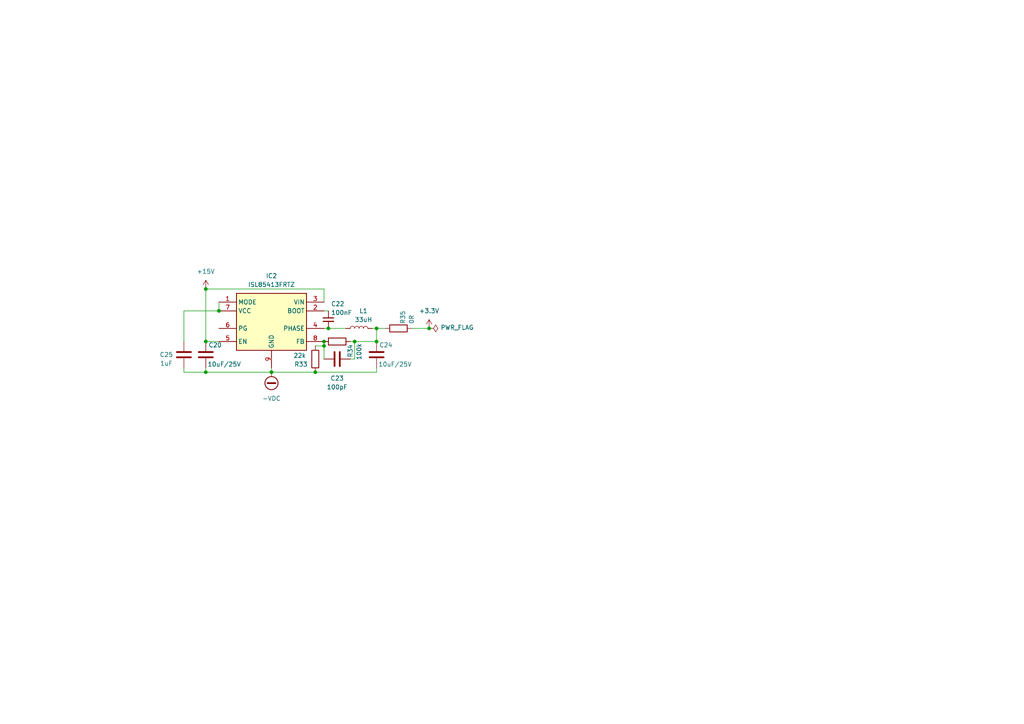
<source format=kicad_sch>
(kicad_sch (version 20231120) (generator "eeschema") (generator_version "8.0")
  (paper "A4")
  (lib_symbols
    (symbol "Device:C" (pin_numbers hide) (pin_names (offset 0.254))
      (property "Reference" "C" (at 0.635 2.54 0))
      (property "Value" "C" (at 0.635 -2.54 0))
      (symbol "C_0_1"
        (polyline (pts (xy -2.032 -0.762) (xy 2.032 -0.762)) (stroke (width 0.508)))
        (polyline (pts (xy -2.032 0.762) (xy 2.032 0.762)) (stroke (width 0.508)))
      )
      (symbol "C_1_1"
        (pin passive line (at 0 3.81 270) (length 2.794) (name "~") (number "1"))
        (pin passive line (at 0 -3.81 90) (length 2.794) (name "~") (number "2"))
      )
    )
    (symbol "Device:C_Small" (pin_numbers hide) (pin_names (offset 0.254) hide)
      (property "Reference" "C" (at 0.254 1.778 0))
      (property "Value" "C_Small" (at 0.254 -2.032 0))
      (symbol "C_Small_0_1"
        (polyline (pts (xy -1.524 -0.508) (xy 1.524 -0.508)) (stroke (width 0.3302)))
        (polyline (pts (xy -1.524 0.508) (xy 1.524 0.508)) (stroke (width 0.3048)))
      )
      (symbol "C_Small_1_1"
        (pin passive line (at 0 2.54 270) (length 2.032) (name "~") (number "1"))
        (pin passive line (at 0 -2.54 90) (length 2.032) (name "~") (number "2"))
      )
    )
    (symbol "Device:L" (pin_numbers hide) (pin_names (offset 1.016) hide)
      (property "Reference" "L" (at -1.27 0 90))
      (property "Value" "L" (at 1.905 0 90))
      (symbol "L_0_1"
        (arc (start 0 -2.54) (mid 0.6323 -1.905) (end 0 -1.27))
        (arc (start 0 -1.27) (mid 0.6323 -0.635) (end 0 0))
        (arc (start 0 0) (mid 0.6323 0.635) (end 0 1.27))
        (arc (start 0 1.27) (mid 0.6323 1.905) (end 0 2.54))
      )
      (symbol "L_1_1"
        (pin passive line (at 0 3.81 270) (length 1.27) (name "1") (number "1"))
        (pin passive line (at 0 -3.81 90) (length 1.27) (name "2") (number "2"))
      )
    )
    (symbol "Device:R" (pin_numbers hide) (pin_names (offset 0))
      (property "Reference" "R" (at 2.032 0 90))
      (property "Value" "R" (at 0 0 90))
      (symbol "R_0_1"
        (rectangle (start -1.016 -2.54) (end 1.016 2.54) (stroke (width 0.254)))
      )
      (symbol "R_1_1"
        (pin passive line (at 0 3.81 270) (length 1.27) (name "~") (number "1"))
        (pin passive line (at 0 -3.81 90) (length 1.27) (name "~") (number "2"))
      )
    )
    (symbol "EAX:ISL85413FRTZ"
      (property "Reference" "IC" (at 26.67 7.62 0))
      (property "Value" "ISL85413FRTZ" (at 26.67 5.08 0))
      (symbol "ISL85413FRTZ_1_1"
        (rectangle (start 5.08 2.54) (end 25.4 -13.97) (stroke (width 0.254)) (fill (type background)))
        (pin input line (at 0 0 0) (length 5.08) (name "MODE") (number "1"))
        (pin passive line (at 30.48 -2.54 180) (length 5.08) (name "BOOT") (number "2"))
        (pin power_in line (at 30.48 0 180) (length 5.08) (name "VIN") (number "3"))
        (pin passive line (at 30.48 -7.62 180) (length 5.08) (name "PHASE") (number "4"))
        (pin input line (at 0 -11.43 0) (length 5.08) (name "EN") (number "5"))
        (pin output line (at 0 -7.62 0) (length 5.08) (name "PG") (number "6"))
        (pin passive line (at 0 -2.54 0) (length 5.08) (name "VCC") (number "7"))
        (pin input line (at 30.48 -11.43 180) (length 5.08) (name "FB") (number "8"))
        (pin power_in line (at 15.24 -19.05 90) (length 5.08) (name "GND") (number "9"))
      )
    )
    (symbol "power:+15V" (power) (pin_numbers hide) (pin_names (offset 0) hide)
      (property "Value" "+15V" (at 0 3.556 0))
      (symbol "+15V_0_1"
        (polyline (pts (xy -0.762 1.27) (xy 0 2.54)))
        (polyline (pts (xy 0 0) (xy 0 2.54)))
        (polyline (pts (xy 0 2.54) (xy 0.762 1.27)))
      )
      (symbol "+15V_1_1"
        (pin power_in line (at 0 0 90) (length 0) (name "~") (number "1"))
      )
    )
    (symbol "power:+3.3V" (power) (pin_numbers hide) (pin_names (offset 0) hide)
      (property "Value" "+3.3V" (at 0 3.556 0))
      (symbol "+3.3V_0_1"
        (polyline (pts (xy -0.762 1.27) (xy 0 2.54)))
        (polyline (pts (xy 0 0) (xy 0 2.54)))
        (polyline (pts (xy 0 2.54) (xy 0.762 1.27)))
      )
      (symbol "+3.3V_1_1"
        (pin power_in line (at 0 0 90) (length 0) (name "~") (number "1"))
      )
    )
    (symbol "power:-VDC" (power) (pin_numbers hide) (pin_names (offset 0) hide)
      (property "Value" "-VDC" (at 0 6.35 0))
      (symbol "-VDC_0_1"
        (polyline (pts (xy -1.143 3.175) (xy 1.143 3.175)) (stroke (width 0.508)))
        (polyline (pts (xy 0 0) (xy 0 1.27)))
        (circle (center 0 3.175) (radius 1.905) (stroke (width 0.254)))
      )
      (symbol "-VDC_1_1"
        (pin power_in line (at 0 0 90) (length 0) (name "~") (number "1"))
      )
    )
    (symbol "power:PWR_FLAG" (power) (pin_numbers hide) (pin_names (offset 0) hide)
      (property "Value" "PWR_FLAG" (at 0 3.81 0))
      (symbol "PWR_FLAG_0_0"
        (pin power_out line (at 0 0 90) (length 0) (name "~") (number "1"))
      )
      (symbol "PWR_FLAG_0_1"
        (polyline (pts (xy 0 0) (xy 0 1.27) (xy -1.016 1.905) (xy 0 2.54) (xy 1.016 1.905) (xy 0 1.27)))
      )
    )
  )
  (junction (at 91.44 107.95))
  (junction (at 109.22 95.25))
  (junction (at 102.87 99.06))
  (junction (at 93.98 99.06))
  (junction (at 59.69 83.82))
  (junction (at 95.25 95.25))
  (junction (at 59.69 99.06))
  (junction (at 59.69 107.95))
  (junction (at 93.98 100.33))
  (junction (at 109.22 99.06))
  (junction (at 124.46 95.25))
  (junction (at 78.74 107.95))
  (junction (at 63.5 90.17))
  (wire (pts (xy 53.34 99.06) (xy 53.34 90.17)))
  (wire (pts (xy 119.38 95.25) (xy 124.46 95.25)))
  (wire (pts (xy 107.95 95.25) (xy 109.22 95.25)))
  (wire (pts (xy 101.6 99.06) (xy 102.87 99.06)))
  (wire (pts (xy 102.87 104.14) (xy 102.87 99.06)))
  (wire (pts (xy 93.98 83.82) (xy 93.98 87.63)))
  (wire (pts (xy 91.44 107.95) (xy 78.74 107.95)))
  (wire (pts (xy 93.98 95.25) (xy 95.25 95.25)))
  (wire (pts (xy 59.69 83.82) (xy 93.98 83.82)))
  (wire (pts (xy 53.34 106.68) (xy 53.34 107.95)))
  (wire (pts (xy 59.69 99.06) (xy 59.69 83.82)))
  (wire (pts (xy 63.5 87.63) (xy 63.5 90.17)))
  (wire (pts (xy 102.87 99.06) (xy 109.22 99.06)))
  (wire (pts (xy 59.69 106.68) (xy 59.69 107.95)))
  (wire (pts (xy 95.25 95.25) (xy 100.33 95.25)))
  (wire (pts (xy 93.98 100.33) (xy 93.98 104.14)))
  (wire (pts (xy 53.34 107.95) (xy 59.69 107.95)))
  (wire (pts (xy 101.6 104.14) (xy 102.87 104.14)))
  (wire (pts (xy 53.34 90.17) (xy 63.5 90.17)))
  (wire (pts (xy 109.22 95.25) (xy 109.22 99.06)))
  (wire (pts (xy 59.69 107.95) (xy 78.74 107.95)))
  (wire (pts (xy 78.74 107.95) (xy 78.74 106.68)))
  (wire (pts (xy 63.5 99.06) (xy 59.69 99.06)))
  (wire (pts (xy 93.98 99.06) (xy 93.98 100.33)))
  (wire (pts (xy 91.44 100.33) (xy 93.98 100.33)))
  (wire (pts (xy 93.98 90.17) (xy 95.25 90.17)))
  (wire (pts (xy 109.22 95.25) (xy 111.76 95.25)))
  (wire (pts (xy 109.22 106.68) (xy 109.22 107.95)))
  (wire (pts (xy 109.22 107.95) (xy 91.44 107.95)))
  (symbol (lib_id "EAX:ISL85413FRTZ") (at 63.5 87.63 0) (unit 1)
    (property "Reference" "IC2" (at 78.74 80.01 0))
    (property "Value" "ISL85413FRTZ" (at 78.74 82.55 0))
    (property "Footprint" "Package_SON:WSON-8-1EP_3x3mm_P0.5mm_EP1.2x2mm" (effects (hide yes)))
    (property "Datasheet" "https://www.renesas.com/document/dst/isl85413-datasheet?r=529076" (effects (hide yes)))
    (property "Description" "The ISL85413 is a 300mA synchronous buck regulator with an input range of 3. 5V to 40V. It provides an easy to use, high efficiency low BOM count solution for a variety of applications. The ISL85413 integrates both high-side and low-side NMOS FETs and features a PFM mode for improved efficiency at light loads. This feature can be disabled if forced PWM mode is desired. The part switches at a default frequency of 700kHz. By integrating both NMOS devices and providing internal configuration, minimal external " (effects (hide yes)))
    (property "Height" "0.8" (effects (hide yes)))
    (property "Manufacturer_Name" "Renesas Electronics" (effects (hide yes)))
    (property "Manufacturer_Part_Number" "ISL85413FRTZ" (effects (hide yes)))
    (property "Arrow Part Number" "ISL85413FRTZ" (effects (hide yes)))
    (property "Arrow Price/Stock" "https://www.arrow.com/en/products/isl85413frtz/intersil" (effects (hide yes)))
  )
  (symbol (lib_id "Device:R") (at 115.57 95.25 90) (unit 1)
    (property "Reference" "R35" (at 116.84 93.98 0) (effects (justify left)))
    (property "Value" "0R" (at 119.38 93.98 0) (effects (justify left)))
    (property "Footprint" "Resistor_SMD:R_0603_1608Metric_Pad0.98x0.95mm_HandSolder" (effects (hide yes)))
    (property "Description" "Resistor" (effects (hide yes)))
  )
  (symbol (lib_id "Device:R") (at 97.79 99.06 90) (mirror x) (unit 1)
    (property "Reference" "R34" (at 101.6 99.822 0) (effects (justify left)))
    (property "Value" "100k" (at 104.14 99.568 0) (effects (justify left)))
    (property "Footprint" "Resistor_SMD:R_0603_1608Metric_Pad0.98x0.95mm_HandSolder" (effects (hide yes)))
    (property "Description" "Resistor" (effects (hide yes)))
  )
  (symbol (lib_id "Device:C") (at 53.34 102.87 0) (mirror y) (unit 1)
    (property "Reference" "C25" (at 48.26 102.87 0))
    (property "Value" "1uF" (at 48.26 105.41 0))
    (property "Footprint" "Capacitor_SMD:C_0603_1608Metric_Pad1.08x0.95mm_HandSolder" (effects (hide yes)))
    (property "Description" "Unpolarized capacitor" (effects (hide yes)))
  )
  (symbol (lib_id "power:+3.3V") (at 124.46 95.25 0) (unit 1)
    (property "Reference" "#PWR053" (effects (hide yes)))
    (property "Value" "+3.3V" (at 124.46 90.17 0))
    (property "Description" "Power symbol creates a global label with name \"+3.3V\"" (effects (hide yes)))
  )
  (symbol (lib_id "power:-VDC") (at 78.74 107.95 180) (unit 1)
    (property "Reference" "#PWR052" (effects (hide yes)))
    (property "Value" "-VDC" (at 78.74 115.57 0))
    (property "Description" "Power symbol creates a global label with name \"-VDC\"" (effects (hide yes)))
  )
  (symbol (lib_id "power:PWR_FLAG") (at 124.46 95.25 270) (unit 1)
    (property "Reference" "#FLG03" (effects (hide yes)))
    (property "Value" "PWR_FLAG" (at 132.588 94.996 90))
    (property "Description" "Special symbol for telling ERC where power comes from" (effects (hide yes)))
  )
  (symbol (lib_id "Device:C") (at 97.79 104.14 270) (unit 1)
    (property "Reference" "C23" (at 97.79 109.728 90))
    (property "Value" "100pF" (at 97.79 112.268 90))
    (property "Footprint" "Capacitor_SMD:C_0603_1608Metric_Pad1.08x0.95mm_HandSolder" (effects (hide yes)))
    (property "Description" "Unpolarized capacitor" (effects (hide yes)))
  )
  (symbol (lib_id "Device:C") (at 109.22 102.87 0) (unit 1)
    (property "Reference" "C24" (at 109.982 100.076 0) (effects (justify left)))
    (property "Value" "10uF/25V" (at 109.728 105.664 0) (effects (justify left)))
    (property "Footprint" "Capacitor_SMD:C_0805_2012Metric_Pad1.18x1.45mm_HandSolder" (effects (hide yes)))
    (property "Description" "Unpolarized capacitor" (effects (hide yes)))
  )
  (symbol (lib_id "power:+15V") (at 59.69 83.82 0) (unit 1)
    (property "Reference" "#PWR054" (effects (hide yes)))
    (property "Value" "+15V" (at 59.69 78.74 0))
    (property "Description" "Power symbol creates a global label with name \"+15V\"" (effects (hide yes)))
  )
  (symbol (lib_id "Device:C") (at 59.69 102.87 0) (unit 1)
    (property "Reference" "C20" (at 60.452 100.076 0) (effects (justify left)))
    (property "Value" "10uF/25V" (at 60.198 105.664 0) (effects (justify left)))
    (property "Footprint" "Capacitor_SMD:C_0805_2012Metric_Pad1.18x1.45mm_HandSolder" (effects (hide yes)))
    (property "Description" "Unpolarized capacitor" (effects (hide yes)))
  )
  (symbol (lib_id "Device:C_Small") (at 95.25 92.71 0) (unit 1)
    (property "Reference" "C22" (at 96.012 88.138 0) (effects (justify left)))
    (property "Value" "100nF" (at 96.012 90.678 0) (effects (justify left)))
    (property "Description" "Unpolarized capacitor, small symbol" (effects (hide yes)))
  )
  (symbol (lib_id "Device:R") (at 91.44 104.14 0) (mirror x) (unit 1)
    (property "Reference" "R33" (at 85.344 105.664 0) (effects (justify left)))
    (property "Value" "22k" (at 85.09 103.124 0) (effects (justify left)))
    (property "Footprint" "Resistor_SMD:R_0603_1608Metric_Pad0.98x0.95mm_HandSolder" (effects (hide yes)))
    (property "Description" "Resistor" (effects (hide yes)))
  )
  (symbol (lib_id "Device:L") (at 104.14 95.25 90) (unit 1)
    (property "Reference" "L1" (at 105.41 90.17 90))
    (property "Value" "33uH" (at 105.41 92.71 90))
    (property "Footprint" "Inductor_SMD:L_1812_4532Metric" (effects (hide yes)))
    (property "Description" "Inductor" (effects (hide yes)))
    (property "Partno" "SRN4018-330M" (effects (hide yes)))
  )
)
</source>
